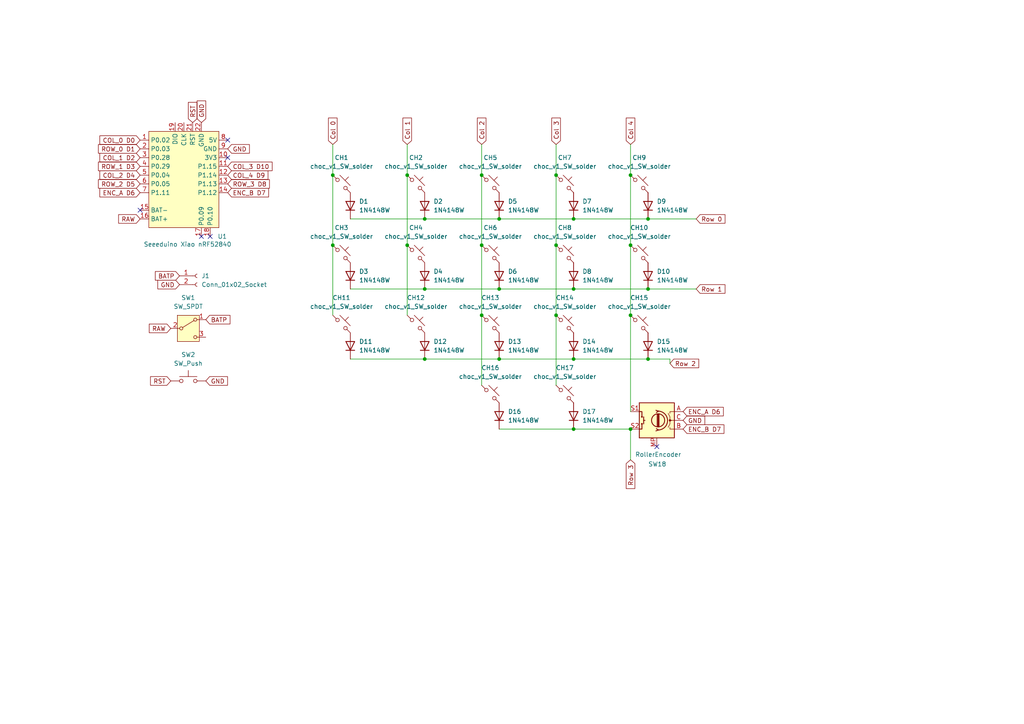
<source format=kicad_sch>
(kicad_sch (version 20250114) (generator "eeschema") (generator_version "9.0")
  (paper "A4")
  (lib_symbols
    (symbol "Connector:Conn_01x02_Socket" (pin_names (offset 1.016) (hide yes))
      (property "Reference" "J" (at 0 2.54 0))
      (property "Value" "Conn_01x02_Socket" (at 0 -5.08 0))
      (symbol "Conn_01x02_Socket_1_1"
        (polyline (pts (xy -1.27 0) (xy -0.508 0)) (stroke (width 0.1524)))
        (polyline (pts (xy -1.27 -2.54) (xy -0.508 -2.54)) (stroke (width 0.1524)))
        (arc (start 0 -0.508) (mid -0.5058 0) (end 0 0.508) (stroke (width 0.1524)))
        (arc (start 0 -3.048) (mid -0.5058 -2.54) (end 0 -2.032) (stroke (width 0.1524)))
        (pin passive line (at -5.08 0 0) (length 3.81) (name "Pin_1") (number "1"))
        (pin passive line (at -5.08 -2.54 0) (length 3.81) (name "Pin_2") (number "2"))
      )
    )
    (symbol "Device:RotaryEncoder_Switch_MP" (pin_names (offset 0.254) (hide yes))
      (property "Reference" "SW" (at 0 8.89 0))
      (property "Value" "RotaryEncoder_Switch_MP" (at 0 6.35 0))
      (symbol "RotaryEncoder_Switch_MP_0_1"
        (rectangle (start -5.08 5.08) (end 5.08 -5.08) (stroke (width 0.254)) (fill (type background)))
        (polyline (pts (xy -5.08 2.54) (xy -3.81 2.54) (xy -3.81 2.032)))
        (polyline (pts (xy -5.08 0) (xy -3.81 0) (xy -3.81 -1.016) (xy -3.302 -2.032)))
        (polyline (pts (xy -5.08 -2.54) (xy -3.81 -2.54) (xy -3.81 -2.032)))
        (polyline (pts (xy -4.318 0) (xy -3.81 0) (xy -3.81 1.016) (xy -3.302 2.032)))
        (circle (center -3.81 0) (radius 0.254) (fill (type outline)))
        (polyline (pts (xy -0.635 -1.778) (xy -0.635 1.778)) (stroke (width 0.254)))
        (circle (center -0.381 0) (radius 1.905) (stroke (width 0.254)))
        (polyline (pts (xy -0.381 -1.778) (xy -0.381 1.778)) (stroke (width 0.254)))
        (arc (start -0.381 -2.794) (mid -3.0988 -0.0635) (end -0.381 2.667) (stroke (width 0.254)))
        (polyline (pts (xy -0.127 1.778) (xy -0.127 -1.778)) (stroke (width 0.254)))
        (polyline (pts (xy 0.254 2.921) (xy -0.508 2.667) (xy 0.127 2.286)) (stroke (width 0.254)))
        (polyline (pts (xy 0.254 -3.048) (xy -0.508 -2.794) (xy 0.127 -2.413)) (stroke (width 0.254)))
        (polyline (pts (xy 3.81 1.016) (xy 3.81 -1.016)) (stroke (width 0.254)))
        (polyline (pts (xy 3.81 0) (xy 3.429 0)) (stroke (width 0.254)))
        (circle (center 4.318 1.016) (radius 0.127) (stroke (width 0.254)))
        (circle (center 4.318 -1.016) (radius 0.127) (stroke (width 0.254)))
        (polyline (pts (xy 5.08 2.54) (xy 4.318 2.54) (xy 4.318 1.016)) (stroke (width 0.254)))
        (polyline (pts (xy 5.08 -2.54) (xy 4.318 -2.54) (xy 4.318 -1.016)) (stroke (width 0.254)))
      )
      (symbol "RotaryEncoder_Switch_MP_1_1"
        (pin passive line (at -7.62 2.54 0) (length 2.54) (name "A") (number "A"))
        (pin passive line (at -7.62 0 0) (length 2.54) (name "C") (number "C"))
        (pin passive line (at -7.62 -2.54 0) (length 2.54) (name "B") (number "B"))
        (pin passive line (at 0 -7.62 90) (length 2.54) (name "MP") (number "MP"))
        (pin passive line (at 7.62 2.54 180) (length 2.54) (name "S1") (number "S1"))
        (pin passive line (at 7.62 -2.54 180) (length 2.54) (name "S2") (number "S2"))
      )
    )
    (symbol "Diode:1N4148W" (pin_numbers (hide yes)) (pin_names (hide yes))
      (property "Reference" "D" (at 0 2.54 0))
      (property "Value" "1N4148W" (at 0 -2.54 0))
      (symbol "1N4148W_0_1"
        (polyline (pts (xy -1.27 1.27) (xy -1.27 -1.27)) (stroke (width 0.254)))
        (polyline (pts (xy 1.27 1.27) (xy 1.27 -1.27) (xy -1.27 0) (xy 1.27 1.27)) (stroke (width 0.254)))
        (polyline (pts (xy 1.27 0) (xy -1.27 0)))
      )
      (symbol "1N4148W_1_1"
        (pin passive line (at -3.81 0 0) (length 2.54) (name "K") (number "1"))
        (pin passive line (at 3.81 0 180) (length 2.54) (name "A") (number "2"))
      )
    )
    (symbol "Switch:SW_Push" (pin_numbers (hide yes)) (pin_names (offset 1.016) (hide yes))
      (property "Reference" "SW" (at 1.27 2.54 0))
      (property "Value" "SW_Push" (at 0 -1.524 0))
      (symbol "SW_Push_0_1"
        (circle (center -2.032 0) (radius 0.508))
        (polyline (pts (xy 0 1.27) (xy 0 3.048)))
        (circle (center 2.032 0) (radius 0.508))
        (polyline (pts (xy 2.54 1.27) (xy -2.54 1.27)))
        (pin passive line (at -5.08 0 0) (length 2.54) (name "1") (number "1"))
        (pin passive line (at 5.08 0 180) (length 2.54) (name "2") (number "2"))
      )
    )
    (symbol "Switch:SW_SPDT" (pin_names (offset 0) (hide yes))
      (property "Reference" "SW" (at 0 5.08 0))
      (property "Value" "SW_SPDT" (at 0 -5.08 0))
      (symbol "SW_SPDT_0_1"
        (circle (center -2.032 0) (radius 0.4572))
        (polyline (pts (xy -1.651 0.254) (xy 1.651 2.286)))
        (circle (center 2.032 2.54) (radius 0.4572))
        (circle (center 2.032 -2.54) (radius 0.4572))
      )
      (symbol "SW_SPDT_1_1"
        (rectangle (start -3.175 3.81) (end 3.175 -3.81) (fill (type background)))
        (pin passive line (at -5.08 0 0) (length 2.54) (name "B") (number "2"))
        (pin passive line (at 5.08 2.54 180) (length 2.54) (name "A") (number "1"))
        (pin passive line (at 5.08 -2.54 180) (length 2.54) (name "C") (number "3"))
      )
    )
    (symbol "marbastlib-choc:choc_v1_SW_solder" (pin_numbers (hide yes)) (pin_names (offset 1.016) (hide yes))
      (property "Reference" "CH" (at 3.048 1.016 0))
      (property "Value" "choc_v1_SW_solder" (at 0 -3.81 0))
      (symbol "choc_v1_SW_solder_0_1"
        (polyline (pts (xy -2.54 2.54) (xy -1.524 1.524) (xy -1.524 1.524)))
        (circle (center -1.1684 1.1684) (radius 0.508))
        (polyline (pts (xy -0.508 2.54) (xy 2.54 -0.508)))
        (polyline (pts (xy 1.016 1.016) (xy 2.032 2.032)))
        (circle (center 1.143 -1.1938) (radius 0.508))
        (polyline (pts (xy 1.524 -1.524) (xy 2.54 -2.54) (xy 2.54 -2.54) (xy 2.54 -2.54)))
        (pin passive line (at -2.54 2.54 0) (length 0) (name "1") (number "1"))
        (pin passive line (at 2.54 -2.54 180) (length 0) (name "2") (number "2"))
      )
    )
    (symbol "marbastlib-promicroish:Seeeduino_Xiao_nRF52840" (in_bom no)
      (property "Reference" "U" (at -10.16 -12.7 0))
      (property "Value" "Seeeduino Xiao nRF52840" (at -10.16 -15.24 0))
      (symbol "Seeeduino_Xiao_nRF52840_1_0"
        (pin bidirectional line (at -12.7 13.97 0) (length 2.54) (name "P0.02") (number "1"))
        (pin bidirectional line (at -12.7 11.43 0) (length 2.54) (name "P0.03") (number "2"))
        (pin bidirectional line (at -12.7 8.89 0) (length 2.54) (name "P0.28") (number "3"))
        (pin bidirectional line (at -12.7 6.35 0) (length 2.54) (name "P0.29") (number "4"))
        (pin bidirectional line (at -12.7 3.81 0) (length 2.54) (name "P0.04") (number "5"))
        (pin bidirectional line (at -12.7 1.27 0) (length 2.54) (name "P0.05") (number "6"))
        (pin bidirectional line (at -12.7 -1.27 0) (length 2.54) (name "P1.11") (number "7"))
        (pin power_in line (at -12.7 -6.35 0) (length 2.54) (name "BAT-") (number "15"))
        (pin power_in line (at -12.7 -8.89 0) (length 2.54) (name "BAT+") (number "16"))
        (pin bidirectional line (at -2.54 19.05 270) (length 2.54) (name "DIO") (number "19"))
        (pin bidirectional line (at 0 19.05 270) (length 2.54) (name "CLK") (number "20"))
        (pin bidirectional line (at 2.54 19.05 270) (length 2.54) (name "RST") (number "21"))
        (pin power_out line (at 5.08 19.05 270) (length 2.54) (name "GND") (number "22"))
        (pin bidirectional line (at 5.08 -13.97 90) (length 2.54) (name "P0.09") (number "17"))
        (pin bidirectional line (at 7.62 -13.97 90) (length 2.54) (name "P0.10") (number "18"))
        (pin power_out line (at 12.7 13.97 180) (length 2.54) (name "5V") (number "8"))
        (pin power_out line (at 12.7 11.43 180) (length 2.54) (name "GND") (number "9"))
        (pin power_out line (at 12.7 8.89 180) (length 2.54) (name "3V3") (number "10"))
        (pin bidirectional line (at 12.7 6.35 180) (length 2.54) (name "P1.15") (number "11"))
        (pin bidirectional line (at 12.7 3.81 180) (length 2.54) (name "P1.14") (number "12"))
        (pin bidirectional line (at 12.7 1.27 180) (length 2.54) (name "P1.13") (number "13"))
        (pin bidirectional line (at 12.7 -1.27 180) (length 2.54) (name "P1.12") (number "14"))
      )
      (symbol "Seeeduino_Xiao_nRF52840_1_1"
        (rectangle (start -10.16 16.51) (end 10.16 -11.43) (fill (type background)))
      )
    )
  )
  (junction (at 96.52 71.12))
  (junction (at 161.29 50.8))
  (junction (at 166.37 124.46))
  (junction (at 161.29 91.44))
  (junction (at 123.19 104.14))
  (junction (at 123.19 63.5))
  (junction (at 96.52 50.8))
  (junction (at 182.88 124.46))
  (junction (at 144.78 104.14))
  (junction (at 187.96 104.14))
  (junction (at 144.78 83.82))
  (junction (at 144.78 63.5))
  (junction (at 139.7 91.44))
  (junction (at 166.37 104.14))
  (junction (at 139.7 71.12))
  (junction (at 182.88 71.12))
  (junction (at 161.29 71.12))
  (junction (at 118.11 71.12))
  (junction (at 182.88 91.44))
  (junction (at 139.7 50.8))
  (junction (at 182.88 50.8))
  (junction (at 166.37 83.82))
  (junction (at 118.11 50.8))
  (junction (at 187.96 63.5))
  (junction (at 123.19 83.82))
  (junction (at 166.37 63.5))
  (junction (at 187.96 83.82))
  (no_connect (at 40.64 60.96))
  (no_connect (at 190.5 129.54))
  (no_connect (at 60.96 68.58))
  (no_connect (at 58.42 68.58))
  (no_connect (at 66.04 40.64))
  (no_connect (at 66.04 45.72))
  (wire (pts (xy 118.11 71.12) (xy 118.11 91.44)))
  (wire (pts (xy 96.52 41.91) (xy 96.52 50.8)))
  (wire (pts (xy 144.78 63.5) (xy 166.37 63.5)))
  (wire (pts (xy 182.88 91.44) (xy 182.88 119.38)))
  (wire (pts (xy 166.37 83.82) (xy 187.96 83.82)))
  (wire (pts (xy 139.7 91.44) (xy 139.7 111.76)))
  (wire (pts (xy 96.52 71.12) (xy 96.52 91.44)))
  (wire (pts (xy 161.29 41.91) (xy 161.29 50.8)))
  (wire (pts (xy 161.29 50.8) (xy 161.29 71.12)))
  (wire (pts (xy 118.11 41.91) (xy 118.11 50.8)))
  (wire (pts (xy 118.11 50.8) (xy 118.11 71.12)))
  (wire (pts (xy 123.19 83.82) (xy 144.78 83.82)))
  (wire (pts (xy 101.6 83.82) (xy 123.19 83.82)))
  (wire (pts (xy 139.7 41.91) (xy 139.7 50.8)))
  (wire (pts (xy 182.88 124.46) (xy 166.37 124.46)))
  (wire (pts (xy 161.29 71.12) (xy 161.29 91.44)))
  (wire (pts (xy 182.88 133.35) (xy 182.88 124.46)))
  (wire (pts (xy 144.78 83.82) (xy 166.37 83.82)))
  (wire (pts (xy 144.78 124.46) (xy 166.37 124.46)))
  (wire (pts (xy 166.37 104.14) (xy 187.96 104.14)))
  (wire (pts (xy 201.93 63.5) (xy 187.96 63.5)))
  (wire (pts (xy 201.93 83.82) (xy 187.96 83.82)))
  (wire (pts (xy 123.19 63.5) (xy 144.78 63.5)))
  (wire (pts (xy 123.19 104.14) (xy 144.78 104.14)))
  (wire (pts (xy 194.31 104.14) (xy 187.96 104.14)))
  (wire (pts (xy 182.88 50.8) (xy 182.88 71.12)))
  (wire (pts (xy 166.37 63.5) (xy 187.96 63.5)))
  (wire (pts (xy 182.88 41.91) (xy 182.88 50.8)))
  (wire (pts (xy 139.7 50.8) (xy 139.7 71.12)))
  (wire (pts (xy 194.31 105.41) (xy 194.31 104.14)))
  (wire (pts (xy 161.29 91.44) (xy 161.29 111.76)))
  (wire (pts (xy 182.88 71.12) (xy 182.88 91.44)))
  (wire (pts (xy 96.52 50.8) (xy 96.52 71.12)))
  (wire (pts (xy 144.78 104.14) (xy 166.37 104.14)))
  (wire (pts (xy 101.6 104.14) (xy 123.19 104.14)))
  (wire (pts (xy 101.6 63.5) (xy 123.19 63.5)))
  (wire (pts (xy 139.7 71.12) (xy 139.7 91.44)))
  (global_label "ENC_A D6" (shape input) (at 198.12 119.38 0) (property "Intersheetrefs" "${INTERSHEET_REFS}" (effects (hide yes))))
  (global_label "Col 0" (shape input) (at 96.52 41.91 90) (property "Intersheetrefs" "${INTERSHEET_REFS}" (effects (hide yes))))
  (global_label "Col 4" (shape input) (at 182.88 41.91 90) (property "Intersheetrefs" "${INTERSHEET_REFS}" (effects (hide yes))))
  (global_label "RST" (shape input) (at 49.53 110.49 180) (property "Intersheetrefs" "${INTERSHEET_REFS}" (effects (hide yes))))
  (global_label "Col 2" (shape input) (at 139.7 41.91 90) (property "Intersheetrefs" "${INTERSHEET_REFS}" (effects (hide yes))))
  (global_label "Row 0" (shape input) (at 201.93 63.5 0) (property "Intersheetrefs" "${INTERSHEET_REFS}" (effects (hide yes))))
  (global_label "RAW" (shape input) (at 49.53 95.25 180) (property "Intersheetrefs" "${INTERSHEET_REFS}" (effects (hide yes))))
  (global_label "COL_4 D9" (shape input) (at 66.04 50.8 0) (property "Intersheetrefs" "${INTERSHEET_REFS}" (effects (hide yes))))
  (global_label "GND" (shape input) (at 52.07 82.55 180) (property "Intersheetrefs" "${INTERSHEET_REFS}" (effects (hide yes))))
  (global_label "COL_1 D2" (shape input) (at 40.64 45.72 180) (property "Intersheetrefs" "${INTERSHEET_REFS}" (effects (hide yes))))
  (global_label "COL_0 D0" (shape input) (at 40.64 40.64 180) (property "Intersheetrefs" "${INTERSHEET_REFS}" (effects (hide yes))))
  (global_label "ROW_3 D8" (shape input) (at 66.04 53.34 0) (property "Intersheetrefs" "${INTERSHEET_REFS}" (effects (hide yes))))
  (global_label "Row 1" (shape input) (at 201.93 83.82 0) (property "Intersheetrefs" "${INTERSHEET_REFS}" (effects (hide yes))))
  (global_label "GND" (shape input) (at 66.04 43.18 0) (property "Intersheetrefs" "${INTERSHEET_REFS}" (effects (hide yes))))
  (global_label "ENC_B D7" (shape input) (at 66.04 55.88 0) (property "Intersheetrefs" "${INTERSHEET_REFS}" (effects (hide yes))))
  (global_label "RAW" (shape input) (at 40.64 63.5 180) (property "Intersheetrefs" "${INTERSHEET_REFS}" (effects (hide yes))))
  (global_label "GND" (shape input) (at 58.42 35.56 90) (property "Intersheetrefs" "${INTERSHEET_REFS}" (effects (hide yes))))
  (global_label "ENC_B D7" (shape input) (at 198.12 124.46 0) (property "Intersheetrefs" "${INTERSHEET_REFS}" (effects (hide yes))))
  (global_label "GND" (shape input) (at 59.69 110.49 0) (property "Intersheetrefs" "${INTERSHEET_REFS}" (effects (hide yes))))
  (global_label "GND" (shape input) (at 198.12 121.92 0) (property "Intersheetrefs" "${INTERSHEET_REFS}" (effects (hide yes))))
  (global_label "Col 1" (shape input) (at 118.11 41.91 90) (property "Intersheetrefs" "${INTERSHEET_REFS}" (effects (hide yes))))
  (global_label "BATP" (shape input) (at 59.69 92.71 0) (property "Intersheetrefs" "${INTERSHEET_REFS}" (effects (hide yes))))
  (global_label "ENC_A D6" (shape input) (at 40.64 55.88 180) (property "Intersheetrefs" "${INTERSHEET_REFS}" (effects (hide yes))))
  (global_label "RST" (shape input) (at 55.88 35.56 90) (property "Intersheetrefs" "${INTERSHEET_REFS}" (effects (hide yes))))
  (global_label "BATP" (shape input) (at 52.07 80.01 180) (property "Intersheetrefs" "${INTERSHEET_REFS}" (effects (hide yes))))
  (global_label "ROW_0 D1" (shape input) (at 40.64 43.18 180) (property "Intersheetrefs" "${INTERSHEET_REFS}" (effects (hide yes))))
  (global_label "COL_2 D4" (shape input) (at 40.64 50.8 180) (property "Intersheetrefs" "${INTERSHEET_REFS}" (effects (hide yes))))
  (global_label "ROW_1 D3" (shape input) (at 40.64 48.26 180) (property "Intersheetrefs" "${INTERSHEET_REFS}" (effects (hide yes))))
  (global_label "Row 2" (shape input) (at 194.31 105.41 0) (property "Intersheetrefs" "${INTERSHEET_REFS}" (effects (hide yes))))
  (global_label "Row 3" (shape input) (at 182.88 133.35 270) (property "Intersheetrefs" "${INTERSHEET_REFS}" (effects (hide yes))))
  (global_label "Col 3" (shape input) (at 161.29 41.91 90) (property "Intersheetrefs" "${INTERSHEET_REFS}" (effects (hide yes))))
  (global_label "COL_3 D10" (shape input) (at 66.04 48.26 0) (property "Intersheetrefs" "${INTERSHEET_REFS}" (effects (hide yes))))
  (global_label "ROW_2 D5" (shape input) (at 40.64 53.34 180) (property "Intersheetrefs" "${INTERSHEET_REFS}" (effects (hide yes))))
  (symbol (lib_id "Device:RotaryEncoder_Switch_MP") (at 190.5 121.92 0) (mirror y) (unit 1)
    (property "Reference" "SW18" (at 193.294 134.62 0) (effects (justify left)))
    (property "Value" "RollerEncoder" (at 197.612 131.826 0) (effects (justify left)))
    (property "Description" "Rotary encoder, dual channel, incremental quadrate outputs, with switch and MP Pin" (effects (hide yes)))
  )
  (symbol (lib_id "Diode:1N4148W") (at 101.6 100.33 90) (unit 1)
    (property "Reference" "D11" (at 104.14 99.0599 90) (effects (justify right)))
    (property "Value" "1N4148W" (at 104.14 101.5999 90) (effects (justify right)))
    (property "Footprint" "Diode_SMD:D_SOD-123" (effects (hide yes)))
    (property "Datasheet" "https://www.vishay.com/docs/85748/1n4148w.pdf" (effects (hide yes)))
    (property "Description" "75V 0.15A Fast Switching Diode, SOD-123" (effects (hide yes)))
    (property "Sim.Device" "D" (effects (hide yes)))
    (property "Sim.Pins" "1=K 2=A" (effects (hide yes)))
  )
  (symbol (lib_id "marbastlib-promicroish:Seeeduino_Xiao_nRF52840") (at 53.34 54.61 0) (unit 1) (in_bom no)
    (property "Reference" "U1" (at 63.1033 68.58 0) (effects (justify left)))
    (property "Value" "Seeeduino Xiao nRF52840" (at 41.656 70.866 0) (effects (justify left)))
    (property "Footprint" "PCM_marbastlib-xp-promicroish:Xiao_nRF52840_ACH" (effects (hide yes)))
    (property "Description" "Symbol for a Seeeduino Xiao nRF52840" (effects (hide yes)))
  )
  (symbol (lib_id "Diode:1N4148W") (at 144.78 59.69 90) (unit 1)
    (property "Reference" "D5" (at 147.32 58.4199 90) (effects (justify right)))
    (property "Value" "1N4148W" (at 147.32 60.9599 90) (effects (justify right)))
    (property "Footprint" "Diode_SMD:D_SOD-123" (effects (hide yes)))
    (property "Datasheet" "https://www.vishay.com/docs/85748/1n4148w.pdf" (effects (hide yes)))
    (property "Description" "75V 0.15A Fast Switching Diode, SOD-123" (effects (hide yes)))
    (property "Sim.Device" "D" (effects (hide yes)))
    (property "Sim.Pins" "1=K 2=A" (effects (hide yes)))
  )
  (symbol (lib_id "marbastlib-choc:choc_v1_SW_solder") (at 142.24 73.66 0) (unit 1)
    (property "Reference" "CH6" (at 142.24 66.04 0))
    (property "Value" "choc_v1_SW_solder" (at 142.24 68.58 0))
    (property "Footprint" "PCM_marbastlib-choc:SW_choc_v1_1u" (effects (hide yes)))
    (property "Description" "Push button switch, normally open, two pins, 45° tilted" (effects (hide yes)))
  )
  (symbol (lib_id "Diode:1N4148W") (at 123.19 100.33 90) (unit 1)
    (property "Reference" "D12" (at 125.73 99.0599 90) (effects (justify right)))
    (property "Value" "1N4148W" (at 125.73 101.5999 90) (effects (justify right)))
    (property "Footprint" "Diode_SMD:D_SOD-123" (effects (hide yes)))
    (property "Datasheet" "https://www.vishay.com/docs/85748/1n4148w.pdf" (effects (hide yes)))
    (property "Description" "75V 0.15A Fast Switching Diode, SOD-123" (effects (hide yes)))
    (property "Sim.Device" "D" (effects (hide yes)))
    (property "Sim.Pins" "1=K 2=A" (effects (hide yes)))
  )
  (symbol (lib_id "marbastlib-choc:choc_v1_SW_solder") (at 99.06 53.34 0) (unit 1)
    (property "Reference" "CH1" (at 99.06 45.72 0))
    (property "Value" "choc_v1_SW_solder" (at 99.06 48.26 0))
    (property "Footprint" "PCM_marbastlib-choc:SW_choc_v1_1u" (effects (hide yes)))
    (property "Description" "Push button switch, normally open, two pins, 45° tilted" (effects (hide yes)))
  )
  (symbol (lib_id "marbastlib-choc:choc_v1_SW_solder") (at 163.83 93.98 0) (unit 1)
    (property "Reference" "CH14" (at 163.83 86.36 0))
    (property "Value" "choc_v1_SW_solder" (at 163.83 88.9 0))
    (property "Footprint" "PCM_marbastlib-choc:SW_choc_v1_1u" (effects (hide yes)))
    (property "Description" "Push button switch, normally open, two pins, 45° tilted" (effects (hide yes)))
  )
  (symbol (lib_id "marbastlib-choc:choc_v1_SW_solder") (at 120.65 53.34 0) (unit 1)
    (property "Reference" "CH2" (at 120.65 45.72 0))
    (property "Value" "choc_v1_SW_solder" (at 120.65 48.26 0))
    (property "Footprint" "PCM_marbastlib-choc:SW_choc_v1_1u" (effects (hide yes)))
    (property "Description" "Push button switch, normally open, two pins, 45° tilted" (effects (hide yes)))
  )
  (symbol (lib_id "Connector:Conn_01x02_Socket") (at 57.15 80.01 0) (unit 1)
    (property "Reference" "J1" (at 58.42 80.0099 0) (effects (justify left)))
    (property "Value" "Conn_01x02_Socket" (at 58.42 82.5499 0) (effects (justify left)))
    (property "Description" "Generic connector, single row, 01x02, script generated" (effects (hide yes)))
  )
  (symbol (lib_id "marbastlib-choc:choc_v1_SW_solder") (at 142.24 114.3 0) (unit 1)
    (property "Reference" "CH16" (at 142.24 106.68 0))
    (property "Value" "choc_v1_SW_solder" (at 142.24 109.22 0))
    (property "Footprint" "PCM_marbastlib-choc:SW_choc_v1_1u" (effects (hide yes)))
    (property "Description" "Push button switch, normally open, two pins, 45° tilted" (effects (hide yes)))
  )
  (symbol (lib_id "Diode:1N4148W") (at 144.78 80.01 90) (unit 1)
    (property "Reference" "D6" (at 147.32 78.7399 90) (effects (justify right)))
    (property "Value" "1N4148W" (at 147.32 81.2799 90) (effects (justify right)))
    (property "Footprint" "Diode_SMD:D_SOD-123" (effects (hide yes)))
    (property "Datasheet" "https://www.vishay.com/docs/85748/1n4148w.pdf" (effects (hide yes)))
    (property "Description" "75V 0.15A Fast Switching Diode, SOD-123" (effects (hide yes)))
    (property "Sim.Device" "D" (effects (hide yes)))
    (property "Sim.Pins" "1=K 2=A" (effects (hide yes)))
  )
  (symbol (lib_id "Diode:1N4148W") (at 166.37 80.01 90) (unit 1)
    (property "Reference" "D8" (at 168.91 78.7399 90) (effects (justify right)))
    (property "Value" "1N4148W" (at 168.91 81.2799 90) (effects (justify right)))
    (property "Footprint" "Diode_SMD:D_SOD-123" (effects (hide yes)))
    (property "Datasheet" "https://www.vishay.com/docs/85748/1n4148w.pdf" (effects (hide yes)))
    (property "Description" "75V 0.15A Fast Switching Diode, SOD-123" (effects (hide yes)))
    (property "Sim.Device" "D" (effects (hide yes)))
    (property "Sim.Pins" "1=K 2=A" (effects (hide yes)))
  )
  (symbol (lib_id "Switch:SW_SPDT") (at 54.61 95.25 0) (unit 1)
    (property "Reference" "SW1" (at 54.61 86.36 0))
    (property "Value" "SW_SPDT" (at 54.61 88.9 0))
    (property "Description" "Switch, single pole double throw" (effects (hide yes)))
  )
  (symbol (lib_id "Diode:1N4148W") (at 144.78 120.65 90) (unit 1)
    (property "Reference" "D16" (at 147.32 119.3799 90) (effects (justify right)))
    (property "Value" "1N4148W" (at 147.32 121.9199 90) (effects (justify right)))
    (property "Footprint" "Diode_SMD:D_SOD-123" (effects (hide yes)))
    (property "Datasheet" "https://www.vishay.com/docs/85748/1n4148w.pdf" (effects (hide yes)))
    (property "Description" "75V 0.15A Fast Switching Diode, SOD-123" (effects (hide yes)))
    (property "Sim.Device" "D" (effects (hide yes)))
    (property "Sim.Pins" "1=K 2=A" (effects (hide yes)))
  )
  (symbol (lib_id "Diode:1N4148W") (at 187.96 59.69 90) (unit 1)
    (property "Reference" "D9" (at 190.5 58.4199 90) (effects (justify right)))
    (property "Value" "1N4148W" (at 190.5 60.9599 90) (effects (justify right)))
    (property "Footprint" "Diode_SMD:D_SOD-123" (effects (hide yes)))
    (property "Datasheet" "https://www.vishay.com/docs/85748/1n4148w.pdf" (effects (hide yes)))
    (property "Description" "75V 0.15A Fast Switching Diode, SOD-123" (effects (hide yes)))
    (property "Sim.Device" "D" (effects (hide yes)))
    (property "Sim.Pins" "1=K 2=A" (effects (hide yes)))
  )
  (symbol (lib_id "Diode:1N4148W") (at 166.37 120.65 90) (unit 1)
    (property "Reference" "D17" (at 168.91 119.3799 90) (effects (justify right)))
    (property "Value" "1N4148W" (at 168.91 121.9199 90) (effects (justify right)))
    (property "Footprint" "Diode_SMD:D_SOD-123" (effects (hide yes)))
    (property "Datasheet" "https://www.vishay.com/docs/85748/1n4148w.pdf" (effects (hide yes)))
    (property "Description" "75V 0.15A Fast Switching Diode, SOD-123" (effects (hide yes)))
    (property "Sim.Device" "D" (effects (hide yes)))
    (property "Sim.Pins" "1=K 2=A" (effects (hide yes)))
  )
  (symbol (lib_id "Diode:1N4148W") (at 166.37 59.69 90) (unit 1)
    (property "Reference" "D7" (at 168.91 58.4199 90) (effects (justify right)))
    (property "Value" "1N4148W" (at 168.91 60.9599 90) (effects (justify right)))
    (property "Footprint" "Diode_SMD:D_SOD-123" (effects (hide yes)))
    (property "Datasheet" "https://www.vishay.com/docs/85748/1n4148w.pdf" (effects (hide yes)))
    (property "Description" "75V 0.15A Fast Switching Diode, SOD-123" (effects (hide yes)))
    (property "Sim.Device" "D" (effects (hide yes)))
    (property "Sim.Pins" "1=K 2=A" (effects (hide yes)))
  )
  (symbol (lib_id "Diode:1N4148W") (at 101.6 59.69 90) (unit 1)
    (property "Reference" "D1" (at 104.14 58.4199 90) (effects (justify right)))
    (property "Value" "1N4148W" (at 104.14 60.9599 90) (effects (justify right)))
    (property "Footprint" "Diode_SMD:D_SOD-123" (effects (hide yes)))
    (property "Datasheet" "https://www.vishay.com/docs/85748/1n4148w.pdf" (effects (hide yes)))
    (property "Description" "75V 0.15A Fast Switching Diode, SOD-123" (effects (hide yes)))
    (property "Sim.Device" "D" (effects (hide yes)))
    (property "Sim.Pins" "1=K 2=A" (effects (hide yes)))
  )
  (symbol (lib_id "marbastlib-choc:choc_v1_SW_solder") (at 142.24 53.34 0) (unit 1)
    (property "Reference" "CH5" (at 142.24 45.72 0))
    (property "Value" "choc_v1_SW_solder" (at 142.24 48.26 0))
    (property "Footprint" "PCM_marbastlib-choc:SW_choc_v1_1u" (effects (hide yes)))
    (property "Description" "Push button switch, normally open, two pins, 45° tilted" (effects (hide yes)))
  )
  (symbol (lib_id "Diode:1N4148W") (at 144.78 100.33 90) (unit 1)
    (property "Reference" "D13" (at 147.32 99.0599 90) (effects (justify right)))
    (property "Value" "1N4148W" (at 147.32 101.5999 90) (effects (justify right)))
    (property "Footprint" "Diode_SMD:D_SOD-123" (effects (hide yes)))
    (property "Datasheet" "https://www.vishay.com/docs/85748/1n4148w.pdf" (effects (hide yes)))
    (property "Description" "75V 0.15A Fast Switching Diode, SOD-123" (effects (hide yes)))
    (property "Sim.Device" "D" (effects (hide yes)))
    (property "Sim.Pins" "1=K 2=A" (effects (hide yes)))
  )
  (symbol (lib_id "marbastlib-choc:choc_v1_SW_solder") (at 163.83 53.34 0) (unit 1)
    (property "Reference" "CH7" (at 163.83 45.72 0))
    (property "Value" "choc_v1_SW_solder" (at 163.83 48.26 0))
    (property "Footprint" "PCM_marbastlib-choc:SW_choc_v1_1u" (effects (hide yes)))
    (property "Description" "Push button switch, normally open, two pins, 45° tilted" (effects (hide yes)))
  )
  (symbol (lib_id "Switch:SW_Push") (at 54.61 110.49 0) (unit 1)
    (property "Reference" "SW2" (at 54.61 102.87 0))
    (property "Value" "SW_Push" (at 54.61 105.41 0))
    (property "Description" "Push button switch, generic, two pins" (effects (hide yes)))
  )
  (symbol (lib_id "marbastlib-choc:choc_v1_SW_solder") (at 120.65 73.66 0) (unit 1)
    (property "Reference" "CH4" (at 120.65 66.04 0))
    (property "Value" "choc_v1_SW_solder" (at 120.65 68.58 0))
    (property "Footprint" "PCM_marbastlib-choc:SW_choc_v1_1u" (effects (hide yes)))
    (property "Description" "Push button switch, normally open, two pins, 45° tilted" (effects (hide yes)))
  )
  (symbol (lib_id "Diode:1N4148W") (at 187.96 100.33 90) (unit 1)
    (property "Reference" "D15" (at 190.5 99.0599 90) (effects (justify right)))
    (property "Value" "1N4148W" (at 190.5 101.5999 90) (effects (justify right)))
    (property "Footprint" "Diode_SMD:D_SOD-123" (effects (hide yes)))
    (property "Datasheet" "https://www.vishay.com/docs/85748/1n4148w.pdf" (effects (hide yes)))
    (property "Description" "75V 0.15A Fast Switching Diode, SOD-123" (effects (hide yes)))
    (property "Sim.Device" "D" (effects (hide yes)))
    (property "Sim.Pins" "1=K 2=A" (effects (hide yes)))
  )
  (symbol (lib_id "Diode:1N4148W") (at 123.19 59.69 90) (unit 1)
    (property "Reference" "D2" (at 125.73 58.4199 90) (effects (justify right)))
    (property "Value" "1N4148W" (at 125.73 60.9599 90) (effects (justify right)))
    (property "Footprint" "Diode_SMD:D_SOD-123" (effects (hide yes)))
    (property "Datasheet" "https://www.vishay.com/docs/85748/1n4148w.pdf" (effects (hide yes)))
    (property "Description" "75V 0.15A Fast Switching Diode, SOD-123" (effects (hide yes)))
    (property "Sim.Device" "D" (effects (hide yes)))
    (property "Sim.Pins" "1=K 2=A" (effects (hide yes)))
  )
  (symbol (lib_id "marbastlib-choc:choc_v1_SW_solder") (at 185.42 93.98 0) (unit 1)
    (property "Reference" "CH15" (at 185.42 86.36 0))
    (property "Value" "choc_v1_SW_solder" (at 185.42 88.9 0))
    (property "Footprint" "PCM_marbastlib-choc:SW_choc_v1_1u" (effects (hide yes)))
    (property "Description" "Push button switch, normally open, two pins, 45° tilted" (effects (hide yes)))
  )
  (symbol (lib_id "Diode:1N4148W") (at 166.37 100.33 90) (unit 1)
    (property "Reference" "D14" (at 168.91 99.0599 90) (effects (justify right)))
    (property "Value" "1N4148W" (at 168.91 101.5999 90) (effects (justify right)))
    (property "Footprint" "Diode_SMD:D_SOD-123" (effects (hide yes)))
    (property "Datasheet" "https://www.vishay.com/docs/85748/1n4148w.pdf" (effects (hide yes)))
    (property "Description" "75V 0.15A Fast Switching Diode, SOD-123" (effects (hide yes)))
    (property "Sim.Device" "D" (effects (hide yes)))
    (property "Sim.Pins" "1=K 2=A" (effects (hide yes)))
  )
  (symbol (lib_id "marbastlib-choc:choc_v1_SW_solder") (at 185.42 73.66 0) (unit 1)
    (property "Reference" "CH10" (at 185.42 66.04 0))
    (property "Value" "choc_v1_SW_solder" (at 185.42 68.58 0))
    (property "Footprint" "PCM_marbastlib-choc:SW_choc_v1_1u" (effects (hide yes)))
    (property "Description" "Push button switch, normally open, two pins, 45° tilted" (effects (hide yes)))
  )
  (symbol (lib_id "Diode:1N4148W") (at 123.19 80.01 90) (unit 1)
    (property "Reference" "D4" (at 125.73 78.7399 90) (effects (justify right)))
    (property "Value" "1N4148W" (at 125.73 81.2799 90) (effects (justify right)))
    (property "Footprint" "Diode_SMD:D_SOD-123" (effects (hide yes)))
    (property "Datasheet" "https://www.vishay.com/docs/85748/1n4148w.pdf" (effects (hide yes)))
    (property "Description" "75V 0.15A Fast Switching Diode, SOD-123" (effects (hide yes)))
    (property "Sim.Device" "D" (effects (hide yes)))
    (property "Sim.Pins" "1=K 2=A" (effects (hide yes)))
  )
  (symbol (lib_id "marbastlib-choc:choc_v1_SW_solder") (at 163.83 73.66 0) (unit 1)
    (property "Reference" "CH8" (at 163.83 66.04 0))
    (property "Value" "choc_v1_SW_solder" (at 163.83 68.58 0))
    (property "Footprint" "PCM_marbastlib-choc:SW_choc_v1_1u" (effects (hide yes)))
    (property "Description" "Push button switch, normally open, two pins, 45° tilted" (effects (hide yes)))
  )
  (symbol (lib_id "marbastlib-choc:choc_v1_SW_solder") (at 99.06 93.98 0) (unit 1)
    (property "Reference" "CH11" (at 99.06 86.36 0))
    (property "Value" "choc_v1_SW_solder" (at 99.06 88.9 0))
    (property "Footprint" "PCM_marbastlib-choc:SW_choc_v1_1u" (effects (hide yes)))
    (property "Description" "Push button switch, normally open, two pins, 45° tilted" (effects (hide yes)))
  )
  (symbol (lib_id "Diode:1N4148W") (at 101.6 80.01 90) (unit 1)
    (property "Reference" "D3" (at 104.14 78.7399 90) (effects (justify right)))
    (property "Value" "1N4148W" (at 104.14 81.2799 90) (effects (justify right)))
    (property "Footprint" "Diode_SMD:D_SOD-123" (effects (hide yes)))
    (property "Datasheet" "https://www.vishay.com/docs/85748/1n4148w.pdf" (effects (hide yes)))
    (property "Description" "75V 0.15A Fast Switching Diode, SOD-123" (effects (hide yes)))
    (property "Sim.Device" "D" (effects (hide yes)))
    (property "Sim.Pins" "1=K 2=A" (effects (hide yes)))
  )
  (symbol (lib_id "marbastlib-choc:choc_v1_SW_solder") (at 99.06 73.66 0) (unit 1)
    (property "Reference" "CH3" (at 99.06 66.04 0))
    (property "Value" "choc_v1_SW_solder" (at 99.06 68.58 0))
    (property "Footprint" "PCM_marbastlib-choc:SW_choc_v1_1u" (effects (hide yes)))
    (property "Description" "Push button switch, normally open, two pins, 45° tilted" (effects (hide yes)))
  )
  (symbol (lib_id "marbastlib-choc:choc_v1_SW_solder") (at 185.42 53.34 0) (unit 1)
    (property "Reference" "CH9" (at 185.42 45.72 0))
    (property "Value" "choc_v1_SW_solder" (at 185.42 48.26 0))
    (property "Footprint" "PCM_marbastlib-choc:SW_choc_v1_1u" (effects (hide yes)))
    (property "Description" "Push button switch, normally open, two pins, 45° tilted" (effects (hide yes)))
  )
  (symbol (lib_id "marbastlib-choc:choc_v1_SW_solder") (at 120.65 93.98 0) (unit 1)
    (property "Reference" "CH12" (at 120.65 86.36 0))
    (property "Value" "choc_v1_SW_solder" (at 120.65 88.9 0))
    (property "Footprint" "PCM_marbastlib-choc:SW_choc_v1_1u" (effects (hide yes)))
    (property "Description" "Push button switch, normally open, two pins, 45° tilted" (effects (hide yes)))
  )
  (symbol (lib_id "Diode:1N4148W") (at 187.96 80.01 90) (unit 1)
    (property "Reference" "D10" (at 190.5 78.7399 90) (effects (justify right)))
    (property "Value" "1N4148W" (at 190.5 81.2799 90) (effects (justify right)))
    (property "Footprint" "Diode_SMD:D_SOD-123" (effects (hide yes)))
    (property "Datasheet" "https://www.vishay.com/docs/85748/1n4148w.pdf" (effects (hide yes)))
    (property "Description" "75V 0.15A Fast Switching Diode, SOD-123" (effects (hide yes)))
    (property "Sim.Device" "D" (effects (hide yes)))
    (property "Sim.Pins" "1=K 2=A" (effects (hide yes)))
  )
  (symbol (lib_id "marbastlib-choc:choc_v1_SW_solder") (at 142.24 93.98 0) (unit 1)
    (property "Reference" "CH13" (at 142.24 86.36 0))
    (property "Value" "choc_v1_SW_solder" (at 142.24 88.9 0))
    (property "Footprint" "PCM_marbastlib-choc:SW_choc_v1_1u" (effects (hide yes)))
    (property "Description" "Push button switch, normally open, two pins, 45° tilted" (effects (hide yes)))
  )
  (symbol (lib_id "marbastlib-choc:choc_v1_SW_solder") (at 163.83 114.3 0) (unit 1)
    (property "Reference" "CH17" (at 163.83 106.68 0))
    (property "Value" "choc_v1_SW_solder" (at 163.83 109.22 0))
    (property "Footprint" "PCM_marbastlib-choc:SW_choc_v1_1u" (effects (hide yes)))
    (property "Description" "Push button switch, normally open, two pins, 45° tilted" (effects (hide yes)))
  )
)
</source>
